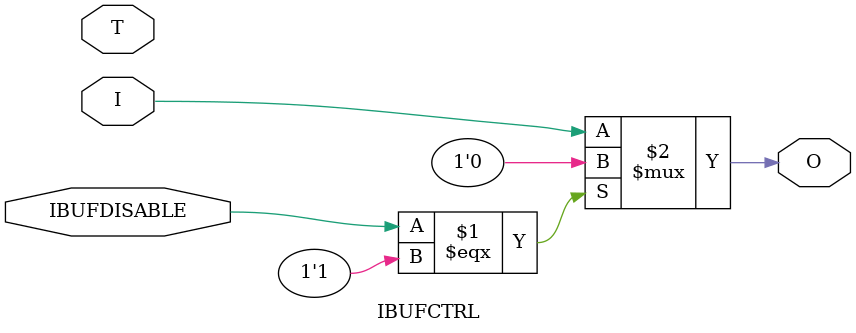
<source format=v>
module INBUF(
    input PAD,
    input VREF,
    input OSC_EN,
    input [3:0] OSC,
    output O
);
    assign O = PAD;
endmodule

module IBUFCTRL(
    input I,
    input IBUFDISABLE,
    input T,
    output O
);
    assign O = (IBUFDISABLE === 1'b1) ? 1'b0 : I;
endmodule


</source>
